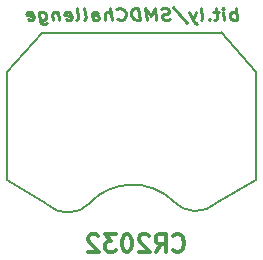
<source format=gbo>
G04 #@! TF.FileFunction,Legend,Bot*
%FSLAX46Y46*%
G04 Gerber Fmt 4.6, Leading zero omitted, Abs format (unit mm)*
G04 Created by KiCad (PCBNEW 4.0.7) date 06/29/18 14:26:30*
%MOMM*%
%LPD*%
G01*
G04 APERTURE LIST*
%ADD10C,0.100000*%
%ADD11C,0.250000*%
%ADD12C,0.300000*%
%ADD13C,0.150000*%
G04 APERTURE END LIST*
D10*
D11*
X216571190Y-84399381D02*
X216446190Y-83399381D01*
X216493809Y-83780333D02*
X216373570Y-83732714D01*
X216144999Y-83732714D01*
X216036666Y-83780333D01*
X215985475Y-83827952D01*
X215940237Y-83923190D01*
X215975951Y-84208905D01*
X216044999Y-84304143D01*
X216108094Y-84351762D01*
X216228333Y-84399381D01*
X216456904Y-84399381D01*
X216565237Y-84351762D01*
X215485476Y-84399381D02*
X215402142Y-83732714D01*
X215360476Y-83399381D02*
X215423571Y-83447000D01*
X215372380Y-83494619D01*
X215309285Y-83447000D01*
X215360476Y-83399381D01*
X215372380Y-83494619D01*
X215002141Y-83732714D02*
X214544998Y-83732714D01*
X214789047Y-83399381D02*
X214896189Y-84256524D01*
X214850951Y-84351762D01*
X214742618Y-84399381D01*
X214628332Y-84399381D01*
X214216428Y-84304143D02*
X214165237Y-84351762D01*
X214228333Y-84399381D01*
X214279523Y-84351762D01*
X214216428Y-84304143D01*
X214228333Y-84399381D01*
X213485475Y-84399381D02*
X213593808Y-84351762D01*
X213639046Y-84256524D01*
X213531904Y-83399381D01*
X213059284Y-83732714D02*
X212856904Y-84399381D01*
X212487856Y-83732714D02*
X212856904Y-84399381D01*
X213000952Y-84637476D01*
X213064047Y-84685095D01*
X213184284Y-84732714D01*
X211125951Y-83351762D02*
X212315237Y-84637476D01*
X210908094Y-84351762D02*
X210742618Y-84399381D01*
X210456904Y-84399381D01*
X210336665Y-84351762D01*
X210273570Y-84304143D01*
X210204522Y-84208905D01*
X210192617Y-84113667D01*
X210237856Y-84018429D01*
X210289046Y-83970810D01*
X210397380Y-83923190D01*
X210619998Y-83875571D01*
X210728332Y-83827952D01*
X210779523Y-83780333D01*
X210824761Y-83685095D01*
X210812856Y-83589857D01*
X210743808Y-83494619D01*
X210680713Y-83447000D01*
X210560475Y-83399381D01*
X210274761Y-83399381D01*
X210109284Y-83447000D01*
X209714047Y-84399381D02*
X209589047Y-83399381D01*
X209278332Y-84113667D01*
X208789047Y-83399381D01*
X208914047Y-84399381D01*
X208342618Y-84399381D02*
X208217618Y-83399381D01*
X207931903Y-83399381D01*
X207766427Y-83447000D01*
X207664046Y-83542238D01*
X207618807Y-83637476D01*
X207585474Y-83827952D01*
X207603331Y-83970810D01*
X207684284Y-84161286D01*
X207753331Y-84256524D01*
X207879522Y-84351762D01*
X208056903Y-84399381D01*
X208342618Y-84399381D01*
X206444998Y-84304143D02*
X206508093Y-84351762D01*
X206685475Y-84399381D01*
X206799761Y-84399381D01*
X206965236Y-84351762D01*
X207067617Y-84256524D01*
X207112856Y-84161286D01*
X207146189Y-83970810D01*
X207128332Y-83827952D01*
X207047379Y-83637476D01*
X206978332Y-83542238D01*
X206852141Y-83447000D01*
X206674761Y-83399381D01*
X206560475Y-83399381D01*
X206394998Y-83447000D01*
X206343807Y-83494619D01*
X205942618Y-84399381D02*
X205817618Y-83399381D01*
X205428332Y-84399381D02*
X205362855Y-83875571D01*
X205408094Y-83780333D01*
X205516427Y-83732714D01*
X205687855Y-83732714D01*
X205808094Y-83780333D01*
X205871189Y-83827952D01*
X204342618Y-84399381D02*
X204277141Y-83875571D01*
X204322380Y-83780333D01*
X204430713Y-83732714D01*
X204659284Y-83732714D01*
X204779523Y-83780333D01*
X204336665Y-84351762D02*
X204456904Y-84399381D01*
X204742618Y-84399381D01*
X204850951Y-84351762D01*
X204896189Y-84256524D01*
X204884285Y-84161286D01*
X204815237Y-84066048D01*
X204694999Y-84018429D01*
X204409285Y-84018429D01*
X204289046Y-83970810D01*
X203599761Y-84399381D02*
X203708094Y-84351762D01*
X203753332Y-84256524D01*
X203646190Y-83399381D01*
X202971190Y-84399381D02*
X203079523Y-84351762D01*
X203124761Y-84256524D01*
X203017619Y-83399381D01*
X202050952Y-84351762D02*
X202171191Y-84399381D01*
X202399762Y-84399381D01*
X202508095Y-84351762D01*
X202553333Y-84256524D01*
X202505714Y-83875571D01*
X202436667Y-83780333D01*
X202316428Y-83732714D01*
X202087857Y-83732714D01*
X201979524Y-83780333D01*
X201934285Y-83875571D01*
X201946190Y-83970810D01*
X202529524Y-84066048D01*
X201402143Y-83732714D02*
X201485477Y-84399381D01*
X201414048Y-83827952D02*
X201350953Y-83780333D01*
X201230714Y-83732714D01*
X201059286Y-83732714D01*
X200950953Y-83780333D01*
X200905714Y-83875571D01*
X200971191Y-84399381D01*
X199802143Y-83732714D02*
X199903334Y-84542238D01*
X199972382Y-84637476D01*
X200035477Y-84685095D01*
X200155714Y-84732714D01*
X200327143Y-84732714D01*
X200435477Y-84685095D01*
X199879524Y-84351762D02*
X199999763Y-84399381D01*
X200228334Y-84399381D01*
X200336667Y-84351762D01*
X200387858Y-84304143D01*
X200433096Y-84208905D01*
X200397382Y-83923190D01*
X200328334Y-83827952D01*
X200265239Y-83780333D01*
X200145000Y-83732714D01*
X199916429Y-83732714D01*
X199808096Y-83780333D01*
X198850953Y-84351762D02*
X198971192Y-84399381D01*
X199199763Y-84399381D01*
X199308096Y-84351762D01*
X199353334Y-84256524D01*
X199305715Y-83875571D01*
X199236668Y-83780333D01*
X199116429Y-83732714D01*
X198887858Y-83732714D01*
X198779525Y-83780333D01*
X198734286Y-83875571D01*
X198746191Y-83970810D01*
X199329525Y-84066048D01*
D12*
X211168856Y-103913714D02*
X211240285Y-103985143D01*
X211454571Y-104056571D01*
X211597428Y-104056571D01*
X211811713Y-103985143D01*
X211954571Y-103842286D01*
X212025999Y-103699429D01*
X212097428Y-103413714D01*
X212097428Y-103199429D01*
X212025999Y-102913714D01*
X211954571Y-102770857D01*
X211811713Y-102628000D01*
X211597428Y-102556571D01*
X211454571Y-102556571D01*
X211240285Y-102628000D01*
X211168856Y-102699429D01*
X209668856Y-104056571D02*
X210168856Y-103342286D01*
X210525999Y-104056571D02*
X210525999Y-102556571D01*
X209954571Y-102556571D01*
X209811713Y-102628000D01*
X209740285Y-102699429D01*
X209668856Y-102842286D01*
X209668856Y-103056571D01*
X209740285Y-103199429D01*
X209811713Y-103270857D01*
X209954571Y-103342286D01*
X210525999Y-103342286D01*
X209097428Y-102699429D02*
X209025999Y-102628000D01*
X208883142Y-102556571D01*
X208525999Y-102556571D01*
X208383142Y-102628000D01*
X208311713Y-102699429D01*
X208240285Y-102842286D01*
X208240285Y-102985143D01*
X208311713Y-103199429D01*
X209168856Y-104056571D01*
X208240285Y-104056571D01*
X207311714Y-102556571D02*
X207168857Y-102556571D01*
X207026000Y-102628000D01*
X206954571Y-102699429D01*
X206883142Y-102842286D01*
X206811714Y-103128000D01*
X206811714Y-103485143D01*
X206883142Y-103770857D01*
X206954571Y-103913714D01*
X207026000Y-103985143D01*
X207168857Y-104056571D01*
X207311714Y-104056571D01*
X207454571Y-103985143D01*
X207526000Y-103913714D01*
X207597428Y-103770857D01*
X207668857Y-103485143D01*
X207668857Y-103128000D01*
X207597428Y-102842286D01*
X207526000Y-102699429D01*
X207454571Y-102628000D01*
X207311714Y-102556571D01*
X206311714Y-102556571D02*
X205383143Y-102556571D01*
X205883143Y-103128000D01*
X205668857Y-103128000D01*
X205526000Y-103199429D01*
X205454571Y-103270857D01*
X205383143Y-103413714D01*
X205383143Y-103770857D01*
X205454571Y-103913714D01*
X205526000Y-103985143D01*
X205668857Y-104056571D01*
X206097429Y-104056571D01*
X206240286Y-103985143D01*
X206311714Y-103913714D01*
X204811715Y-102699429D02*
X204740286Y-102628000D01*
X204597429Y-102556571D01*
X204240286Y-102556571D01*
X204097429Y-102628000D01*
X204026000Y-102699429D01*
X203954572Y-102842286D01*
X203954572Y-102985143D01*
X204026000Y-103199429D01*
X204883143Y-104056571D01*
X203954572Y-104056571D01*
D13*
X214820500Y-99885500D02*
X218186000Y-97917000D01*
X200469500Y-100012500D02*
X197104000Y-97917000D01*
X214845900Y-99885500D02*
G75*
G02X211162900Y-99758500I-1778000J1905000D01*
G01*
X204139800Y-99885500D02*
G75*
G02X200456800Y-100012500I-1905000J1778000D01*
G01*
X204089000Y-99885500D02*
G75*
G02X211201000Y-99758500I3619500J-3492500D01*
G01*
X200025000Y-85471000D02*
X197104000Y-88836500D01*
X218186000Y-88773000D02*
X215201500Y-85407500D01*
X215265000Y-85471000D02*
X200025000Y-85471000D01*
X218186000Y-97917000D02*
X218186000Y-88773000D01*
X197104000Y-97917000D02*
X197104000Y-88773000D01*
M02*

</source>
